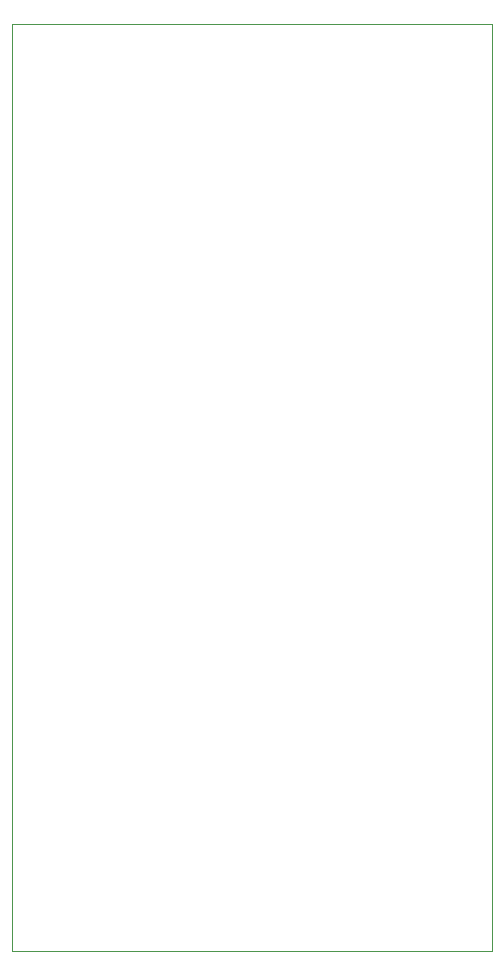
<source format=gbr>
%TF.GenerationSoftware,KiCad,Pcbnew,(5.1.6)-1*%
%TF.CreationDate,2021-01-10T13:28:57-05:00*%
%TF.ProjectId,main_board,6d61696e-5f62-46f6-9172-642e6b696361,rev?*%
%TF.SameCoordinates,Original*%
%TF.FileFunction,Profile,NP*%
%FSLAX46Y46*%
G04 Gerber Fmt 4.6, Leading zero omitted, Abs format (unit mm)*
G04 Created by KiCad (PCBNEW (5.1.6)-1) date 2021-01-10 13:28:57*
%MOMM*%
%LPD*%
G01*
G04 APERTURE LIST*
%TA.AperFunction,Profile*%
%ADD10C,0.050000*%
%TD*%
G04 APERTURE END LIST*
D10*
X137160000Y-149860000D02*
X177800000Y-149860000D01*
X137160000Y-71374000D02*
X177800000Y-71374000D01*
X137160000Y-78740000D02*
X137160000Y-71374000D01*
X177800000Y-71628000D02*
X177800000Y-71374000D01*
X177800000Y-78740000D02*
X177800000Y-71628000D01*
X137160000Y-149860000D02*
X137160000Y-142240000D01*
X177800000Y-142240000D02*
X177800000Y-149860000D01*
X137160000Y-78740000D02*
X137160000Y-142240000D01*
X177800000Y-142240000D02*
X177800000Y-78740000D01*
M02*

</source>
